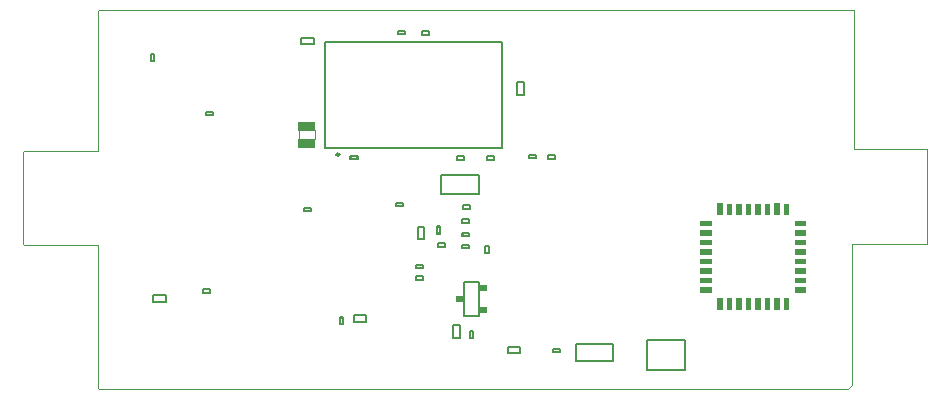
<source format=gm1>
G04 Layer_Color=16711935*
%FSLAX43Y43*%
%MOMM*%
G71*
G01*
G75*
%ADD34C,0.152*%
%ADD50C,0.025*%
%ADD73C,0.240*%
%ADD75C,0.127*%
%ADD111C,0.025*%
%ADD112C,0.102*%
G36*
X-36852Y10365D02*
X-36952D01*
Y10565D01*
X-36852D01*
Y10365D01*
D02*
G37*
G36*
X-3911Y9849D02*
X-4892D01*
Y10304D01*
X-3911D01*
Y9849D01*
D02*
G37*
G36*
X-36350Y10365D02*
X-36452D01*
Y10565D01*
X-36350D01*
Y10365D01*
D02*
G37*
G36*
X-3911Y10649D02*
X-4900D01*
Y11106D01*
X-3911D01*
Y10649D01*
D02*
G37*
G36*
X-11913D02*
X-12913D01*
Y11106D01*
X-11913D01*
Y10649D01*
D02*
G37*
G36*
X-3911Y9049D02*
X-4896D01*
Y9503D01*
X-3911D01*
Y9049D01*
D02*
G37*
G36*
X-11913D02*
X-12917D01*
Y9501D01*
X-11913D01*
Y9049D01*
D02*
G37*
G36*
X-36878Y9400D02*
X-36977D01*
Y9600D01*
X-36878D01*
Y9400D01*
D02*
G37*
G36*
X-11913Y9849D02*
X-12912D01*
Y10304D01*
X-11913D01*
Y9849D01*
D02*
G37*
G36*
X-36376Y9400D02*
X-36477D01*
Y9600D01*
X-36376D01*
Y9400D01*
D02*
G37*
G36*
X-11913Y11449D02*
X-12912D01*
Y11907D01*
X-11913D01*
Y11449D01*
D02*
G37*
G36*
X-34499Y12168D02*
X-34598D01*
Y12368D01*
X-34499D01*
Y12168D01*
D02*
G37*
G36*
X-34999Y12168D02*
X-35100D01*
Y12368D01*
X-34999D01*
Y12168D01*
D02*
G37*
G36*
X-11913Y12249D02*
X-12915D01*
Y12710D01*
X-11913D01*
Y12249D01*
D02*
G37*
G36*
Y13049D02*
X-12910D01*
Y13509D01*
X-11913D01*
Y13049D01*
D02*
G37*
G36*
X-3911Y12249D02*
X-4899D01*
Y12707D01*
X-3911D01*
Y12249D01*
D02*
G37*
G36*
X-30837Y11562D02*
X-31038D01*
Y11662D01*
X-30837D01*
Y11562D01*
D02*
G37*
G36*
X-3911Y11449D02*
X-4889D01*
Y11908D01*
X-3911D01*
Y11449D01*
D02*
G37*
G36*
X-32992Y12041D02*
X-33091D01*
Y12242D01*
X-32992D01*
Y12041D01*
D02*
G37*
G36*
X-30837Y12062D02*
X-31038D01*
Y12164D01*
X-30837D01*
Y12062D01*
D02*
G37*
G36*
X-32490Y12041D02*
X-32591D01*
Y12242D01*
X-32490D01*
Y12041D01*
D02*
G37*
G36*
X-30968Y6536D02*
X-31555D01*
Y6995D01*
X-30968D01*
Y6536D01*
D02*
G37*
G36*
X-43182Y6043D02*
X-43382D01*
Y6144D01*
X-43182D01*
Y6043D01*
D02*
G37*
G36*
X-10979Y6781D02*
X-11438D01*
Y7769D01*
X-10979D01*
Y6781D01*
D02*
G37*
G36*
X-9379D02*
X-9840D01*
Y7762D01*
X-9379D01*
Y6781D01*
D02*
G37*
G36*
X-10179D02*
X-10642D01*
Y7762D01*
X-10179D01*
Y6781D01*
D02*
G37*
G36*
X-24745Y3252D02*
X-24844D01*
Y3453D01*
X-24745D01*
Y3252D01*
D02*
G37*
G36*
X-25245Y3252D02*
X-25346D01*
Y3453D01*
X-25245D01*
Y3252D01*
D02*
G37*
G36*
X-32158Y4373D02*
X-32358D01*
Y4472D01*
X-32158D01*
Y4373D01*
D02*
G37*
G36*
X-43182Y5543D02*
X-43382D01*
Y5642D01*
X-43182D01*
Y5543D01*
D02*
G37*
G36*
X-32158Y4873D02*
X-32358D01*
Y4974D01*
X-32158D01*
Y4873D01*
D02*
G37*
G36*
X-8579Y6781D02*
X-9038D01*
Y7762D01*
X-8579D01*
Y6781D01*
D02*
G37*
G36*
X-3911Y8249D02*
X-4891D01*
Y8698D01*
X-3911D01*
Y8249D01*
D02*
G37*
G36*
X-11913D02*
X-12919D01*
Y8698D01*
X-11913D01*
Y8249D01*
D02*
G37*
G36*
X-54888Y8282D02*
X-54987D01*
Y8482D01*
X-54888D01*
Y8282D01*
D02*
G37*
G36*
X-30967Y8419D02*
X-31555D01*
Y8875D01*
X-30967D01*
Y8419D01*
D02*
G37*
G36*
X-54386Y8282D02*
X-54487D01*
Y8482D01*
X-54386D01*
Y8282D01*
D02*
G37*
G36*
X-6979Y6781D02*
X-7434D01*
Y7763D01*
X-6979D01*
Y6781D01*
D02*
G37*
G36*
X-7779D02*
X-8236D01*
Y7764D01*
X-7779D01*
Y6781D01*
D02*
G37*
G36*
X-6179D02*
X-6632D01*
Y7764D01*
X-6179D01*
Y6781D01*
D02*
G37*
G36*
X-32978Y7478D02*
X-32978D01*
Y7477D01*
X-32979D01*
Y7477D01*
X-32979D01*
Y7477D01*
X-32979D01*
Y7477D01*
X-32980D01*
Y7477D01*
X-33561D01*
Y7477D01*
Y7477D01*
Y7935D01*
X-32978D01*
Y7478D01*
D02*
G37*
G36*
X-5379Y6781D02*
X-5828D01*
Y7761D01*
X-5379D01*
Y6781D01*
D02*
G37*
G36*
X-3911Y13049D02*
X-4895D01*
Y13510D01*
X-3911D01*
Y13049D01*
D02*
G37*
G36*
X-41914Y19585D02*
X-42013D01*
Y19785D01*
X-41914D01*
Y19585D01*
D02*
G37*
G36*
X-42414Y19585D02*
X-42515D01*
Y19785D01*
X-42414D01*
Y19585D01*
D02*
G37*
G36*
X-25670Y19636D02*
X-25769D01*
Y19836D01*
X-25670D01*
Y19636D01*
D02*
G37*
G36*
X-27295Y19661D02*
X-27395D01*
Y19862D01*
X-27295D01*
Y19661D01*
D02*
G37*
G36*
X-25168Y19636D02*
X-25269D01*
Y19836D01*
X-25168D01*
Y19636D01*
D02*
G37*
G36*
X-33398Y19559D02*
X-33500D01*
Y19760D01*
X-33398D01*
Y19559D01*
D02*
G37*
G36*
X-38028Y15597D02*
X-38129D01*
Y15798D01*
X-38028D01*
Y15597D01*
D02*
G37*
G36*
X-30851Y19559D02*
X-30952D01*
Y19760D01*
X-30851D01*
Y19559D01*
D02*
G37*
G36*
X-30351Y19559D02*
X-30450D01*
Y19760D01*
X-30351D01*
Y19559D01*
D02*
G37*
G36*
X-32898D02*
X-32998D01*
Y19760D01*
X-32898D01*
Y19559D01*
D02*
G37*
G36*
X-26793Y19661D02*
X-26895D01*
Y19862D01*
X-26793D01*
Y19661D01*
D02*
G37*
G36*
X-36370Y30126D02*
X-36469D01*
Y30326D01*
X-36370D01*
Y30126D01*
D02*
G37*
G36*
X-59183Y28370D02*
X-59384D01*
Y28469D01*
X-59183D01*
Y28370D01*
D02*
G37*
G36*
X-35868Y30126D02*
X-35969D01*
Y30326D01*
X-35868D01*
Y30126D01*
D02*
G37*
G36*
X-37877Y30151D02*
X-37976D01*
Y30351D01*
X-37877D01*
Y30151D01*
D02*
G37*
G36*
X-38377Y30151D02*
X-38478D01*
Y30351D01*
X-38377D01*
Y30151D01*
D02*
G37*
G36*
X-45476Y21958D02*
X-46927D01*
Y22708D01*
X-45476D01*
Y21958D01*
D02*
G37*
G36*
Y20510D02*
X-46929D01*
Y21259D01*
X-45476D01*
Y20510D01*
D02*
G37*
G36*
X-54658Y23293D02*
X-54757D01*
Y23494D01*
X-54658D01*
Y23293D01*
D02*
G37*
G36*
X-59183Y27868D02*
X-59384D01*
Y27969D01*
X-59183D01*
Y27868D01*
D02*
G37*
G36*
X-54156Y23293D02*
X-54257D01*
Y23494D01*
X-54156D01*
Y23293D01*
D02*
G37*
G36*
X-32942Y14226D02*
X-33041D01*
Y14426D01*
X-32942D01*
Y14226D01*
D02*
G37*
G36*
X-3911Y13849D02*
X-4895D01*
Y14312D01*
X-3911D01*
Y13849D01*
D02*
G37*
G36*
X-32440Y14226D02*
X-32541D01*
Y14426D01*
X-32440D01*
Y14226D01*
D02*
G37*
G36*
X-10179Y14784D02*
X-10639D01*
Y15781D01*
X-10179D01*
Y14784D01*
D02*
G37*
G36*
X-10979D02*
X-11444D01*
Y15787D01*
X-10979D01*
Y14784D01*
D02*
G37*
G36*
X-32439Y13057D02*
X-32540D01*
Y13258D01*
X-32439D01*
Y13057D01*
D02*
G37*
G36*
X-32941D02*
X-33040D01*
Y13258D01*
X-32941D01*
Y13057D01*
D02*
G37*
G36*
X-34977Y13239D02*
X-35178D01*
Y13338D01*
X-34977D01*
Y13239D01*
D02*
G37*
G36*
X-11913Y13849D02*
X-12918D01*
Y14316D01*
X-11913D01*
Y13849D01*
D02*
G37*
G36*
X-34977Y13739D02*
X-35178D01*
Y13840D01*
X-34977D01*
Y13739D01*
D02*
G37*
G36*
X-9379Y14784D02*
X-9840D01*
Y15786D01*
X-9379D01*
Y14784D01*
D02*
G37*
G36*
X-45852Y15190D02*
X-45952D01*
Y15391D01*
X-45852D01*
Y15190D01*
D02*
G37*
G36*
X-46352Y15190D02*
X-46454D01*
Y15391D01*
X-46352D01*
Y15190D01*
D02*
G37*
G36*
X-32915Y15394D02*
X-33015D01*
Y15594D01*
X-32915D01*
Y15394D01*
D02*
G37*
G36*
X-38530Y15597D02*
X-38629D01*
Y15798D01*
X-38530D01*
Y15597D01*
D02*
G37*
G36*
X-32413Y15394D02*
X-32515D01*
Y15594D01*
X-32413D01*
Y15394D01*
D02*
G37*
G36*
X-7779Y14784D02*
X-8236D01*
Y15782D01*
X-7779D01*
Y14784D01*
D02*
G37*
G36*
X-8579D02*
X-9037D01*
Y15783D01*
X-8579D01*
Y14784D01*
D02*
G37*
G36*
X-6979D02*
X-7433D01*
Y15786D01*
X-6979D01*
Y14784D01*
D02*
G37*
G36*
X-5379D02*
X-5835D01*
Y15777D01*
X-5379D01*
Y14784D01*
D02*
G37*
G36*
X-6179D02*
X-6631D01*
Y15788D01*
X-6179D01*
Y14784D01*
D02*
G37*
D34*
X-32926Y9129D02*
X-31605D01*
Y6284D02*
Y9129D01*
X-32926Y6284D02*
X-31605D01*
X-32926D02*
Y9129D01*
D50*
X-63779Y51D02*
X-63195D01*
X-63906Y32055D02*
X-63779Y32182D01*
X-63906Y178D02*
X-63779Y51D01*
X-406D02*
X-25Y432D01*
Y12370D01*
X-63779Y32182D02*
X102D01*
X-63906Y20244D02*
Y32055D01*
X-63983Y20244D02*
X-63906D01*
X-70155D02*
X-63983D01*
X-70256Y20142D02*
X-70155Y20244D01*
X-70256Y12370D02*
Y20142D01*
Y12370D02*
X-70129Y12243D01*
X102Y20371D02*
Y32182D01*
Y20371D02*
X6325D01*
Y12370D02*
Y20371D01*
X-25Y12370D02*
X6325D01*
X-63906Y178D02*
Y12243D01*
X-70129D02*
X-63906D01*
D73*
X-43466Y19943D02*
G03*
X-43466Y19943I-120J0D01*
G01*
D75*
X-59434Y27869D02*
X-59134D01*
Y28469D01*
X-59434D02*
X-59134D01*
X-59434Y27869D02*
Y28469D01*
X-54157Y23243D02*
Y23543D01*
X-54757D02*
X-54157D01*
X-54757Y23243D02*
Y23543D01*
Y23243D02*
X-54157D01*
X-30787Y11562D02*
Y12162D01*
X-31087Y11562D02*
X-30787D01*
X-31087D02*
Y12162D01*
X-30787D01*
X-14173Y1696D02*
Y4196D01*
X-17373D02*
X-14173D01*
X-17373Y1696D02*
Y4196D01*
Y1696D02*
X-14173D01*
X-26795Y19611D02*
Y19911D01*
X-27395D02*
X-26795D01*
X-27395Y19611D02*
Y19911D01*
Y19611D02*
X-26795D01*
X-34837Y18174D02*
X-31637D01*
Y16574D02*
Y18174D01*
X-34837Y16574D02*
X-31637D01*
X-34837D02*
Y18174D01*
X-38629Y15547D02*
X-38029D01*
X-38629D02*
Y15847D01*
X-38029D01*
Y15547D02*
Y15847D01*
X-46452Y15441D02*
X-45852D01*
Y15141D02*
Y15441D01*
X-46452Y15141D02*
X-45852D01*
X-46452D02*
Y15441D01*
X-23449Y2425D02*
Y3925D01*
Y2425D02*
X-20249D01*
Y3925D01*
X-23449D02*
X-20249D01*
X-25769Y19586D02*
X-25169D01*
X-25769D02*
Y19886D01*
X-25169D01*
Y19586D02*
Y19886D01*
X-25345Y3503D02*
X-24745D01*
Y3203D02*
Y3503D01*
X-25345Y3203D02*
X-24745D01*
X-25345D02*
Y3503D01*
X-36352Y10315D02*
Y10615D01*
X-36952D02*
X-36352D01*
X-36952Y10315D02*
Y10615D01*
Y10315D02*
X-36352D01*
X-36377Y9350D02*
Y9650D01*
X-36977D02*
X-36377D01*
X-36977Y9350D02*
Y9650D01*
Y9350D02*
X-36377D01*
X-54987Y8232D02*
X-54387D01*
X-54987D02*
Y8532D01*
X-54387D01*
Y8232D02*
Y8532D01*
X-35099Y12418D02*
X-34499D01*
Y12118D02*
Y12418D01*
X-35099Y12118D02*
X-34499D01*
X-35099D02*
Y12418D01*
X-33015Y15344D02*
X-32415D01*
X-33015D02*
Y15644D01*
X-32415D01*
Y15344D02*
Y15644D01*
X-33273Y4423D02*
Y5483D01*
X-33833D02*
X-33273D01*
X-33833Y4423D02*
Y5483D01*
Y4423D02*
X-33273D01*
X-35227Y13839D02*
X-34927D01*
X-35227Y13239D02*
Y13839D01*
Y13239D02*
X-34927D01*
Y13839D01*
X-30951Y19510D02*
Y19810D01*
Y19510D02*
X-30351D01*
Y19810D01*
X-30951D02*
X-30351D01*
X-29205Y3098D02*
Y3658D01*
X-28145D01*
Y3098D02*
Y3658D01*
X-29205Y3098D02*
X-28145D01*
X-35869Y30076D02*
Y30376D01*
X-36469D02*
X-35869D01*
X-36469Y30076D02*
Y30376D01*
Y30076D02*
X-35869D01*
X-44686Y20443D02*
X-29686D01*
Y29443D01*
X-44686D02*
X-29686D01*
X-44686Y20443D02*
Y29443D01*
X-58144Y7442D02*
Y8002D01*
X-59204Y7442D02*
X-58144D01*
X-59204D02*
Y8002D01*
X-58144D01*
X-33498Y19810D02*
X-32898D01*
Y19510D02*
Y19810D01*
X-33498Y19510D02*
X-32898D01*
X-33498D02*
Y19810D01*
X-42514Y19835D02*
X-41914D01*
Y19535D02*
Y19835D01*
X-42514Y19535D02*
X-41914D01*
X-42514D02*
Y19835D01*
X-38477Y30101D02*
Y30401D01*
Y30101D02*
X-37877D01*
Y30401D01*
X-38477D02*
X-37877D01*
X-41179Y5765D02*
Y6325D01*
X-42239Y5765D02*
X-41179D01*
X-42239D02*
Y6325D01*
X-41179D01*
X-43432Y6143D02*
X-43132D01*
X-43432Y5543D02*
Y6143D01*
Y5543D02*
X-43132D01*
Y6143D01*
X-32440Y13007D02*
Y13307D01*
X-33040D02*
X-32440D01*
X-33040Y13007D02*
Y13307D01*
Y13007D02*
X-32440D01*
X-33091Y11991D02*
X-32491D01*
X-33091D02*
Y12291D01*
X-32491D01*
Y11991D02*
Y12291D01*
X-36805Y12752D02*
Y13812D01*
Y12752D02*
X-36245D01*
Y13812D01*
X-36805D02*
X-36245D01*
X-32108Y4373D02*
Y4973D01*
X-32408Y4373D02*
X-32108D01*
X-32408D02*
Y4973D01*
X-32108D01*
X-33041Y14176D02*
X-32441D01*
X-33041D02*
Y14476D01*
X-32441D01*
Y14176D02*
Y14476D01*
X-27812Y24972D02*
Y26032D01*
X-28372D02*
X-27812D01*
X-28372Y24972D02*
Y26032D01*
Y24972D02*
X-27812D01*
X-46682Y29260D02*
X-45622D01*
Y29820D01*
X-46682D02*
X-45622D01*
X-46682Y29260D02*
Y29820D01*
D111*
X-63195Y51D02*
X-406D01*
D112*
X-45543Y21234D02*
Y21996D01*
X-46863Y21234D02*
Y21971D01*
M02*

</source>
